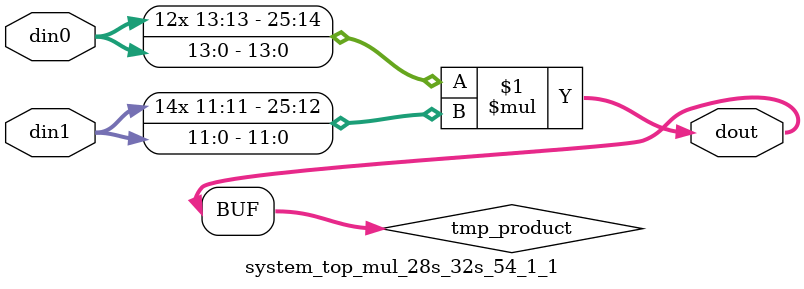
<source format=v>

`timescale 1 ns / 1 ps

 module system_top_mul_28s_32s_54_1_1(din0, din1, dout);
parameter ID = 1;
parameter NUM_STAGE = 0;
parameter din0_WIDTH = 14;
parameter din1_WIDTH = 12;
parameter dout_WIDTH = 26;

input [din0_WIDTH - 1 : 0] din0; 
input [din1_WIDTH - 1 : 0] din1; 
output [dout_WIDTH - 1 : 0] dout;

wire signed [dout_WIDTH - 1 : 0] tmp_product;



























assign tmp_product = $signed(din0) * $signed(din1);








assign dout = tmp_product;





















endmodule

</source>
